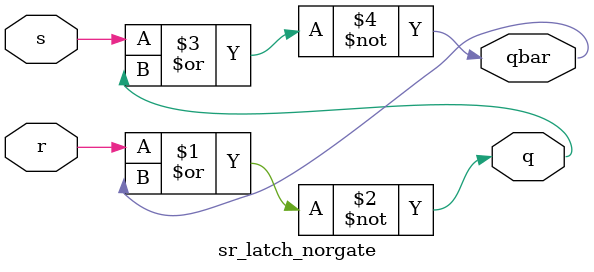
<source format=v>
`timescale 1ns / 1ps


module sr_latch_norgate(

    input s, r,
    output  q,
    output  qbar
);

    assign q = ~(r | qbar);
    assign qbar = ~(s | q);

endmodule



</source>
